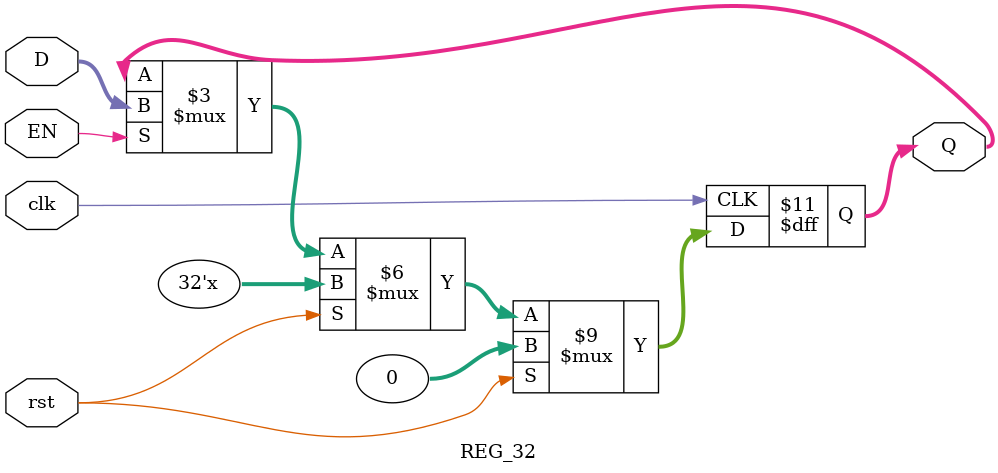
<source format=v>
`timescale 1ns / 1ps
module REG_32(
	input wire clk, rst, EN,
	input wire [31:0] D,
	output reg [31:0] Q
    );

always @ (posedge clk) begin
	if (rst) begin
		Q = 32'h00000000;
	end
	else if (EN) begin
		Q = D;
	end
end

endmodule

</source>
